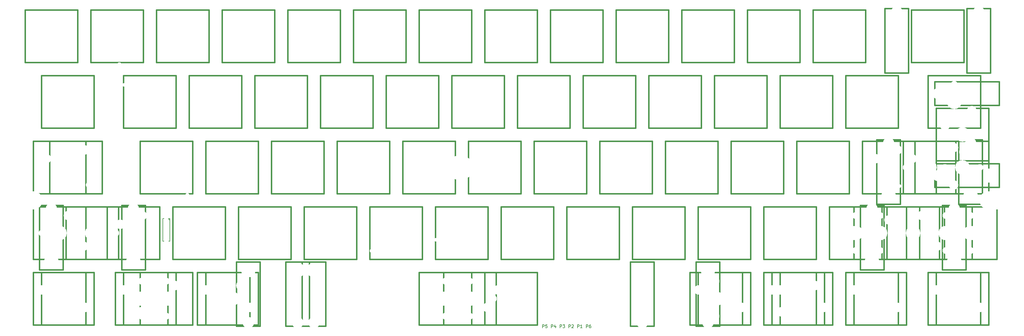
<source format=gto>
G04 (created by PCBNEW (2012-oct-18)-testing) date Fri 26 Oct 2012 04:47:30 PM CEST*
%MOIN*%
G04 Gerber Fmt 3.4, Leading zero omitted, Abs format*
%FSLAX34Y34*%
G01*
G70*
G90*
G04 APERTURE LIST*
%ADD10C,3.93701e-06*%
%ADD11C,0.015*%
%ADD12C,0.008*%
%ADD13C,0.00590551*%
%ADD14C,0.1661*%
%ADD15C,0.1078*%
%ADD16C,0.0763*%
%ADD17C,0.1294*%
%ADD18C,0.1664*%
%ADD19C,0.285*%
%ADD20O,0.4031X0.2063*%
%ADD21C,0.2063*%
%ADD22C,0.0644*%
%ADD23C,0.0724*%
%ADD24C,0.0684551*%
%ADD25C,0.0444*%
G04 APERTURE END LIST*
G54D10*
G54D11*
X1539Y-15504D02*
X7539Y-15504D01*
X7539Y-15504D02*
X7539Y-21504D01*
X7539Y-21504D02*
X1539Y-21504D01*
X1539Y-21504D02*
X1539Y-15504D01*
X3414Y-15504D02*
X9414Y-15504D01*
X9414Y-15504D02*
X9414Y-21504D01*
X9414Y-21504D02*
X3414Y-21504D01*
X3414Y-21504D02*
X3414Y-15504D01*
X110889Y-7704D02*
X110889Y-354D01*
X110889Y-354D02*
X108189Y-354D01*
X108189Y-354D02*
X108189Y-7704D01*
X108189Y-7704D02*
X110889Y-7704D01*
X4951Y-30204D02*
X4951Y-22854D01*
X4951Y-22854D02*
X2251Y-22854D01*
X2251Y-22854D02*
X2251Y-30204D01*
X2251Y-30204D02*
X4951Y-30204D01*
X14326Y-30204D02*
X14326Y-22854D01*
X14326Y-22854D02*
X11626Y-22854D01*
X11626Y-22854D02*
X11626Y-30204D01*
X11626Y-30204D02*
X14326Y-30204D01*
X108076Y-30204D02*
X108076Y-22854D01*
X108076Y-22854D02*
X105376Y-22854D01*
X105376Y-22854D02*
X105376Y-30204D01*
X105376Y-30204D02*
X108076Y-30204D01*
X98701Y-30204D02*
X98701Y-22854D01*
X98701Y-22854D02*
X96001Y-22854D01*
X96001Y-22854D02*
X96001Y-30204D01*
X96001Y-30204D02*
X98701Y-30204D01*
X109951Y-22704D02*
X109951Y-15354D01*
X109951Y-15354D02*
X107251Y-15354D01*
X107251Y-15354D02*
X107251Y-22704D01*
X107251Y-22704D02*
X109951Y-22704D01*
X100576Y-22704D02*
X100576Y-15354D01*
X100576Y-15354D02*
X97876Y-15354D01*
X97876Y-15354D02*
X97876Y-22704D01*
X97876Y-22704D02*
X100576Y-22704D01*
X111864Y-8716D02*
X104514Y-8716D01*
X104514Y-8716D02*
X104514Y-11416D01*
X104514Y-11416D02*
X111864Y-11416D01*
X111864Y-11416D02*
X111864Y-8716D01*
X111864Y-18091D02*
X104514Y-18091D01*
X104514Y-18091D02*
X104514Y-20791D01*
X104514Y-20791D02*
X111864Y-20791D01*
X111864Y-20791D02*
X111864Y-18091D01*
X101514Y-7704D02*
X101514Y-354D01*
X101514Y-354D02*
X98814Y-354D01*
X98814Y-354D02*
X98814Y-7704D01*
X98814Y-7704D02*
X101514Y-7704D01*
X69751Y-29304D02*
X69751Y-36654D01*
X69751Y-36654D02*
X72451Y-36654D01*
X72451Y-36654D02*
X72451Y-29304D01*
X72451Y-29304D02*
X69751Y-29304D01*
X30376Y-29304D02*
X30376Y-36654D01*
X30376Y-36654D02*
X33076Y-36654D01*
X33076Y-36654D02*
X33076Y-29304D01*
X33076Y-29304D02*
X30376Y-29304D01*
X24751Y-29304D02*
X24751Y-36654D01*
X24751Y-36654D02*
X27451Y-36654D01*
X27451Y-36654D02*
X27451Y-29304D01*
X27451Y-29304D02*
X24751Y-29304D01*
X32251Y-29304D02*
X32251Y-36654D01*
X32251Y-36654D02*
X34951Y-36654D01*
X34951Y-36654D02*
X34951Y-29304D01*
X34951Y-29304D02*
X32251Y-29304D01*
X77251Y-29304D02*
X77251Y-36654D01*
X77251Y-36654D02*
X79951Y-36654D01*
X79951Y-36654D02*
X79951Y-29304D01*
X79951Y-29304D02*
X77251Y-29304D01*
G54D12*
X16726Y-24141D02*
X16726Y-24341D01*
X16726Y-27141D02*
X16726Y-26941D01*
X16726Y-26941D02*
X17126Y-26941D01*
X17126Y-26941D02*
X17126Y-24341D01*
X17126Y-24341D02*
X16326Y-24341D01*
X16326Y-24341D02*
X16326Y-26941D01*
X16326Y-26941D02*
X16726Y-26941D01*
X16926Y-24341D02*
X17126Y-24541D01*
G54D11*
X101289Y-23004D02*
X101289Y-29004D01*
X101289Y-29004D02*
X95289Y-29004D01*
X95289Y-29004D02*
X95289Y-23004D01*
X95289Y-23004D02*
X101289Y-23004D01*
X102789Y-29004D02*
X102789Y-23004D01*
X102789Y-23004D02*
X108789Y-23004D01*
X108789Y-23004D02*
X108789Y-29004D01*
X108789Y-29004D02*
X102789Y-29004D01*
X1539Y-23004D02*
X7539Y-23004D01*
X7539Y-23004D02*
X7539Y-29004D01*
X7539Y-29004D02*
X1539Y-29004D01*
X1539Y-29004D02*
X1539Y-23004D01*
X45601Y-36504D02*
X45601Y-30504D01*
X45601Y-30504D02*
X51601Y-30504D01*
X51601Y-30504D02*
X51601Y-36504D01*
X51601Y-36504D02*
X45601Y-36504D01*
X53101Y-30504D02*
X59101Y-30504D01*
X59101Y-30504D02*
X59101Y-36504D01*
X59101Y-36504D02*
X53101Y-36504D01*
X53101Y-36504D02*
X53101Y-30504D01*
X75601Y-504D02*
X81601Y-504D01*
X81601Y-504D02*
X81601Y-6504D01*
X81601Y-6504D02*
X75601Y-6504D01*
X75601Y-6504D02*
X75601Y-504D01*
X103726Y-36504D02*
X103726Y-30504D01*
X103726Y-30504D02*
X109726Y-30504D01*
X109726Y-30504D02*
X109726Y-36504D01*
X109726Y-36504D02*
X103726Y-36504D01*
X94351Y-36504D02*
X94351Y-30504D01*
X94351Y-30504D02*
X100351Y-30504D01*
X100351Y-30504D02*
X100351Y-36504D01*
X100351Y-36504D02*
X94351Y-36504D01*
X27226Y-30504D02*
X27226Y-36504D01*
X27226Y-36504D02*
X21226Y-36504D01*
X21226Y-36504D02*
X21226Y-30504D01*
X21226Y-30504D02*
X27226Y-30504D01*
X92851Y-30504D02*
X92851Y-36504D01*
X92851Y-36504D02*
X86851Y-36504D01*
X86851Y-36504D02*
X86851Y-30504D01*
X86851Y-30504D02*
X92851Y-30504D01*
X83476Y-30504D02*
X83476Y-36504D01*
X83476Y-36504D02*
X77476Y-36504D01*
X77476Y-36504D02*
X77476Y-30504D01*
X77476Y-30504D02*
X83476Y-30504D01*
X11851Y-36504D02*
X11851Y-30504D01*
X11851Y-30504D02*
X17851Y-30504D01*
X17851Y-30504D02*
X17851Y-36504D01*
X17851Y-36504D02*
X11851Y-36504D01*
X19726Y-30504D02*
X19726Y-36504D01*
X19726Y-36504D02*
X13726Y-36504D01*
X13726Y-36504D02*
X13726Y-30504D01*
X13726Y-30504D02*
X19726Y-30504D01*
X8476Y-30504D02*
X8476Y-36504D01*
X8476Y-36504D02*
X2476Y-36504D01*
X2476Y-36504D02*
X2476Y-30504D01*
X2476Y-30504D02*
X8476Y-30504D01*
X104664Y-17754D02*
X104664Y-11754D01*
X104664Y-11754D02*
X110664Y-11754D01*
X110664Y-11754D02*
X110664Y-17754D01*
X110664Y-17754D02*
X104664Y-17754D01*
X111601Y-23004D02*
X111601Y-29004D01*
X111601Y-29004D02*
X105601Y-29004D01*
X105601Y-29004D02*
X105601Y-23004D01*
X105601Y-23004D02*
X111601Y-23004D01*
X34351Y-8004D02*
X40351Y-8004D01*
X40351Y-8004D02*
X40351Y-14004D01*
X40351Y-14004D02*
X34351Y-14004D01*
X34351Y-14004D02*
X34351Y-8004D01*
X41851Y-8004D02*
X47851Y-8004D01*
X47851Y-8004D02*
X47851Y-14004D01*
X47851Y-14004D02*
X41851Y-14004D01*
X41851Y-14004D02*
X41851Y-8004D01*
X49351Y-8004D02*
X55351Y-8004D01*
X55351Y-8004D02*
X55351Y-14004D01*
X55351Y-14004D02*
X49351Y-14004D01*
X49351Y-14004D02*
X49351Y-8004D01*
X56851Y-8004D02*
X62851Y-8004D01*
X62851Y-8004D02*
X62851Y-14004D01*
X62851Y-14004D02*
X56851Y-14004D01*
X56851Y-14004D02*
X56851Y-8004D01*
X64351Y-8004D02*
X70351Y-8004D01*
X70351Y-8004D02*
X70351Y-14004D01*
X70351Y-14004D02*
X64351Y-14004D01*
X64351Y-14004D02*
X64351Y-8004D01*
X71851Y-8004D02*
X77851Y-8004D01*
X77851Y-8004D02*
X77851Y-14004D01*
X77851Y-14004D02*
X71851Y-14004D01*
X71851Y-14004D02*
X71851Y-8004D01*
X79351Y-8004D02*
X85351Y-8004D01*
X85351Y-8004D02*
X85351Y-14004D01*
X85351Y-14004D02*
X79351Y-14004D01*
X79351Y-14004D02*
X79351Y-8004D01*
X86851Y-8004D02*
X92851Y-8004D01*
X92851Y-8004D02*
X92851Y-14004D01*
X92851Y-14004D02*
X86851Y-14004D01*
X86851Y-14004D02*
X86851Y-8004D01*
X94351Y-8004D02*
X100351Y-8004D01*
X100351Y-8004D02*
X100351Y-14004D01*
X100351Y-14004D02*
X94351Y-14004D01*
X94351Y-14004D02*
X94351Y-8004D01*
X109726Y-8004D02*
X109726Y-14004D01*
X109726Y-14004D02*
X103726Y-14004D01*
X103726Y-14004D02*
X103726Y-8004D01*
X103726Y-8004D02*
X109726Y-8004D01*
X13726Y-15504D02*
X19726Y-15504D01*
X19726Y-15504D02*
X19726Y-21504D01*
X19726Y-21504D02*
X13726Y-21504D01*
X13726Y-21504D02*
X13726Y-15504D01*
X21226Y-15504D02*
X27226Y-15504D01*
X27226Y-15504D02*
X27226Y-21504D01*
X27226Y-21504D02*
X21226Y-21504D01*
X21226Y-21504D02*
X21226Y-15504D01*
X28726Y-15504D02*
X34726Y-15504D01*
X34726Y-15504D02*
X34726Y-21504D01*
X34726Y-21504D02*
X28726Y-21504D01*
X28726Y-21504D02*
X28726Y-15504D01*
X36226Y-15504D02*
X42226Y-15504D01*
X42226Y-15504D02*
X42226Y-21504D01*
X42226Y-21504D02*
X36226Y-21504D01*
X36226Y-21504D02*
X36226Y-15504D01*
X43726Y-15504D02*
X49726Y-15504D01*
X49726Y-15504D02*
X49726Y-21504D01*
X49726Y-21504D02*
X43726Y-21504D01*
X43726Y-21504D02*
X43726Y-15504D01*
X51226Y-15504D02*
X57226Y-15504D01*
X57226Y-15504D02*
X57226Y-21504D01*
X57226Y-21504D02*
X51226Y-21504D01*
X51226Y-21504D02*
X51226Y-15504D01*
X58726Y-15504D02*
X64726Y-15504D01*
X64726Y-15504D02*
X64726Y-21504D01*
X64726Y-21504D02*
X58726Y-21504D01*
X58726Y-21504D02*
X58726Y-15504D01*
X601Y-6504D02*
X601Y-504D01*
X601Y-504D02*
X6601Y-504D01*
X6601Y-504D02*
X6601Y-6504D01*
X6601Y-6504D02*
X601Y-6504D01*
X14101Y-504D02*
X14101Y-6504D01*
X14101Y-6504D02*
X8101Y-6504D01*
X8101Y-6504D02*
X8101Y-504D01*
X8101Y-504D02*
X14101Y-504D01*
X15601Y-504D02*
X21601Y-504D01*
X21601Y-504D02*
X21601Y-6504D01*
X21601Y-6504D02*
X15601Y-6504D01*
X15601Y-6504D02*
X15601Y-504D01*
X23101Y-504D02*
X29101Y-504D01*
X29101Y-504D02*
X29101Y-6504D01*
X29101Y-6504D02*
X23101Y-6504D01*
X23101Y-6504D02*
X23101Y-504D01*
X30601Y-504D02*
X36601Y-504D01*
X36601Y-504D02*
X36601Y-6504D01*
X36601Y-6504D02*
X30601Y-6504D01*
X30601Y-6504D02*
X30601Y-504D01*
X38101Y-504D02*
X44101Y-504D01*
X44101Y-504D02*
X44101Y-6504D01*
X44101Y-6504D02*
X38101Y-6504D01*
X38101Y-6504D02*
X38101Y-504D01*
X45601Y-504D02*
X51601Y-504D01*
X51601Y-504D02*
X51601Y-6504D01*
X51601Y-6504D02*
X45601Y-6504D01*
X45601Y-6504D02*
X45601Y-504D01*
X53101Y-504D02*
X59101Y-504D01*
X59101Y-504D02*
X59101Y-6504D01*
X59101Y-6504D02*
X53101Y-6504D01*
X53101Y-6504D02*
X53101Y-504D01*
X60601Y-504D02*
X66601Y-504D01*
X66601Y-504D02*
X66601Y-6504D01*
X66601Y-6504D02*
X60601Y-6504D01*
X60601Y-6504D02*
X60601Y-504D01*
X68101Y-504D02*
X74101Y-504D01*
X74101Y-504D02*
X74101Y-6504D01*
X74101Y-6504D02*
X68101Y-6504D01*
X68101Y-6504D02*
X68101Y-504D01*
X83101Y-504D02*
X89101Y-504D01*
X89101Y-504D02*
X89101Y-6504D01*
X89101Y-6504D02*
X83101Y-6504D01*
X83101Y-6504D02*
X83101Y-504D01*
X90601Y-504D02*
X96601Y-504D01*
X96601Y-504D02*
X96601Y-6504D01*
X96601Y-6504D02*
X90601Y-6504D01*
X90601Y-6504D02*
X90601Y-504D01*
X101851Y-504D02*
X107851Y-504D01*
X107851Y-504D02*
X107851Y-6504D01*
X107851Y-6504D02*
X101851Y-6504D01*
X101851Y-6504D02*
X101851Y-504D01*
X2476Y-8004D02*
X8476Y-8004D01*
X8476Y-8004D02*
X8476Y-14004D01*
X8476Y-14004D02*
X2476Y-14004D01*
X2476Y-14004D02*
X2476Y-8004D01*
X11851Y-8004D02*
X17851Y-8004D01*
X17851Y-8004D02*
X17851Y-14004D01*
X17851Y-14004D02*
X11851Y-14004D01*
X11851Y-14004D02*
X11851Y-8004D01*
X19351Y-8004D02*
X25351Y-8004D01*
X25351Y-8004D02*
X25351Y-14004D01*
X25351Y-14004D02*
X19351Y-14004D01*
X19351Y-14004D02*
X19351Y-8004D01*
X26851Y-8004D02*
X32851Y-8004D01*
X32851Y-8004D02*
X32851Y-14004D01*
X32851Y-14004D02*
X26851Y-14004D01*
X26851Y-14004D02*
X26851Y-8004D01*
X92476Y-29004D02*
X92476Y-23004D01*
X92476Y-23004D02*
X98476Y-23004D01*
X98476Y-23004D02*
X98476Y-29004D01*
X98476Y-29004D02*
X92476Y-29004D01*
X99039Y-23004D02*
X105039Y-23004D01*
X105039Y-23004D02*
X105039Y-29004D01*
X105039Y-29004D02*
X99039Y-29004D01*
X99039Y-29004D02*
X99039Y-23004D01*
X1539Y-36504D02*
X1539Y-30504D01*
X1539Y-30504D02*
X7539Y-30504D01*
X7539Y-30504D02*
X7539Y-36504D01*
X7539Y-36504D02*
X1539Y-36504D01*
X20289Y-36504D02*
X20289Y-30504D01*
X20289Y-30504D02*
X26289Y-30504D01*
X26289Y-30504D02*
X26289Y-36504D01*
X26289Y-36504D02*
X20289Y-36504D01*
X54414Y-30504D02*
X54414Y-36504D01*
X54414Y-36504D02*
X48414Y-36504D01*
X48414Y-36504D02*
X48414Y-30504D01*
X48414Y-30504D02*
X54414Y-30504D01*
X76539Y-36504D02*
X76539Y-30504D01*
X76539Y-30504D02*
X82539Y-30504D01*
X82539Y-30504D02*
X82539Y-36504D01*
X82539Y-36504D02*
X76539Y-36504D01*
X85914Y-36504D02*
X85914Y-30504D01*
X85914Y-30504D02*
X91914Y-30504D01*
X91914Y-30504D02*
X91914Y-36504D01*
X91914Y-36504D02*
X85914Y-36504D01*
X101289Y-30504D02*
X101289Y-36504D01*
X101289Y-36504D02*
X95289Y-36504D01*
X95289Y-36504D02*
X95289Y-30504D01*
X95289Y-30504D02*
X101289Y-30504D01*
X110664Y-30504D02*
X110664Y-36504D01*
X110664Y-36504D02*
X104664Y-36504D01*
X104664Y-36504D02*
X104664Y-30504D01*
X104664Y-30504D02*
X110664Y-30504D01*
X66226Y-15504D02*
X72226Y-15504D01*
X72226Y-15504D02*
X72226Y-21504D01*
X72226Y-21504D02*
X66226Y-21504D01*
X66226Y-21504D02*
X66226Y-15504D01*
X73726Y-15504D02*
X79726Y-15504D01*
X79726Y-15504D02*
X79726Y-21504D01*
X79726Y-21504D02*
X73726Y-21504D01*
X73726Y-21504D02*
X73726Y-15504D01*
X81226Y-15504D02*
X87226Y-15504D01*
X87226Y-15504D02*
X87226Y-21504D01*
X87226Y-21504D02*
X81226Y-21504D01*
X81226Y-21504D02*
X81226Y-15504D01*
X88726Y-15504D02*
X94726Y-15504D01*
X94726Y-15504D02*
X94726Y-21504D01*
X94726Y-21504D02*
X88726Y-21504D01*
X88726Y-21504D02*
X88726Y-15504D01*
X96226Y-15504D02*
X102226Y-15504D01*
X102226Y-15504D02*
X102226Y-21504D01*
X102226Y-21504D02*
X96226Y-21504D01*
X96226Y-21504D02*
X96226Y-15504D01*
X100914Y-21504D02*
X100914Y-15504D01*
X100914Y-15504D02*
X106914Y-15504D01*
X106914Y-15504D02*
X106914Y-21504D01*
X106914Y-21504D02*
X100914Y-21504D01*
X5289Y-29004D02*
X5289Y-23004D01*
X5289Y-23004D02*
X11289Y-23004D01*
X11289Y-23004D02*
X11289Y-29004D01*
X11289Y-29004D02*
X5289Y-29004D01*
X9976Y-23004D02*
X15976Y-23004D01*
X15976Y-23004D02*
X15976Y-29004D01*
X15976Y-29004D02*
X9976Y-29004D01*
X9976Y-29004D02*
X9976Y-23004D01*
X17476Y-23004D02*
X23476Y-23004D01*
X23476Y-23004D02*
X23476Y-29004D01*
X23476Y-29004D02*
X17476Y-29004D01*
X17476Y-29004D02*
X17476Y-23004D01*
X24976Y-23004D02*
X30976Y-23004D01*
X30976Y-23004D02*
X30976Y-29004D01*
X30976Y-29004D02*
X24976Y-29004D01*
X24976Y-29004D02*
X24976Y-23004D01*
X39976Y-23004D02*
X45976Y-23004D01*
X45976Y-23004D02*
X45976Y-29004D01*
X45976Y-29004D02*
X39976Y-29004D01*
X39976Y-29004D02*
X39976Y-23004D01*
X47476Y-23004D02*
X53476Y-23004D01*
X53476Y-23004D02*
X53476Y-29004D01*
X53476Y-29004D02*
X47476Y-29004D01*
X47476Y-29004D02*
X47476Y-23004D01*
X54976Y-23004D02*
X60976Y-23004D01*
X60976Y-23004D02*
X60976Y-29004D01*
X60976Y-29004D02*
X54976Y-29004D01*
X54976Y-29004D02*
X54976Y-23004D01*
X62476Y-23004D02*
X68476Y-23004D01*
X68476Y-23004D02*
X68476Y-29004D01*
X68476Y-29004D02*
X62476Y-29004D01*
X62476Y-29004D02*
X62476Y-23004D01*
X69976Y-23004D02*
X75976Y-23004D01*
X75976Y-23004D02*
X75976Y-29004D01*
X75976Y-29004D02*
X69976Y-29004D01*
X69976Y-29004D02*
X69976Y-23004D01*
X77476Y-23004D02*
X83476Y-23004D01*
X83476Y-23004D02*
X83476Y-29004D01*
X83476Y-29004D02*
X77476Y-29004D01*
X77476Y-29004D02*
X77476Y-23004D01*
X84976Y-23004D02*
X90976Y-23004D01*
X90976Y-23004D02*
X90976Y-29004D01*
X90976Y-29004D02*
X84976Y-29004D01*
X84976Y-29004D02*
X84976Y-23004D01*
X10914Y-36504D02*
X10914Y-30504D01*
X10914Y-30504D02*
X16914Y-30504D01*
X16914Y-30504D02*
X16914Y-36504D01*
X16914Y-36504D02*
X10914Y-36504D01*
X84976Y-36504D02*
X84976Y-30504D01*
X84976Y-30504D02*
X90976Y-30504D01*
X90976Y-30504D02*
X90976Y-36504D01*
X90976Y-36504D02*
X84976Y-36504D01*
X32476Y-23004D02*
X38476Y-23004D01*
X38476Y-23004D02*
X38476Y-29004D01*
X38476Y-29004D02*
X32476Y-29004D01*
X32476Y-29004D02*
X32476Y-23004D01*
X1539Y-15504D02*
X7539Y-15504D01*
X7539Y-15504D02*
X7539Y-21504D01*
X7539Y-21504D02*
X1539Y-21504D01*
X1539Y-21504D02*
X1539Y-15504D01*
X3414Y-15504D02*
X9414Y-15504D01*
X9414Y-15504D02*
X9414Y-21504D01*
X9414Y-21504D02*
X3414Y-21504D01*
X3414Y-21504D02*
X3414Y-15504D01*
X3414Y-15504D02*
X9414Y-15504D01*
X9414Y-15504D02*
X9414Y-21504D01*
X9414Y-21504D02*
X3414Y-21504D01*
X3414Y-21504D02*
X3414Y-15504D01*
X110663Y-21503D02*
X104663Y-21503D01*
X104663Y-21503D02*
X104663Y-15503D01*
X104663Y-15503D02*
X110663Y-15503D01*
X110663Y-15503D02*
X110663Y-21503D01*
G54D13*
X64714Y-36834D02*
X64714Y-36480D01*
X64849Y-36480D01*
X64883Y-36496D01*
X64900Y-36513D01*
X64916Y-36547D01*
X64916Y-36598D01*
X64900Y-36631D01*
X64883Y-36648D01*
X64849Y-36665D01*
X64714Y-36665D01*
X65220Y-36480D02*
X65153Y-36480D01*
X65119Y-36496D01*
X65102Y-36513D01*
X65068Y-36564D01*
X65051Y-36631D01*
X65051Y-36766D01*
X65068Y-36800D01*
X65085Y-36817D01*
X65119Y-36834D01*
X65186Y-36834D01*
X65220Y-36817D01*
X65237Y-36800D01*
X65254Y-36766D01*
X65254Y-36682D01*
X65237Y-36648D01*
X65220Y-36631D01*
X65186Y-36615D01*
X65119Y-36615D01*
X65085Y-36631D01*
X65068Y-36648D01*
X65051Y-36682D01*
X60714Y-36834D02*
X60714Y-36480D01*
X60849Y-36480D01*
X60883Y-36496D01*
X60900Y-36513D01*
X60916Y-36547D01*
X60916Y-36598D01*
X60900Y-36631D01*
X60883Y-36648D01*
X60849Y-36665D01*
X60714Y-36665D01*
X61220Y-36598D02*
X61220Y-36834D01*
X61136Y-36463D02*
X61051Y-36716D01*
X61271Y-36716D01*
X62714Y-36834D02*
X62714Y-36480D01*
X62849Y-36480D01*
X62883Y-36496D01*
X62900Y-36513D01*
X62916Y-36547D01*
X62916Y-36598D01*
X62900Y-36631D01*
X62883Y-36648D01*
X62849Y-36665D01*
X62714Y-36665D01*
X63051Y-36513D02*
X63068Y-36496D01*
X63102Y-36480D01*
X63186Y-36480D01*
X63220Y-36496D01*
X63237Y-36513D01*
X63254Y-36547D01*
X63254Y-36581D01*
X63237Y-36631D01*
X63035Y-36834D01*
X63254Y-36834D01*
X59714Y-36834D02*
X59714Y-36480D01*
X59849Y-36480D01*
X59883Y-36496D01*
X59900Y-36513D01*
X59916Y-36547D01*
X59916Y-36598D01*
X59900Y-36631D01*
X59883Y-36648D01*
X59849Y-36665D01*
X59714Y-36665D01*
X60237Y-36480D02*
X60068Y-36480D01*
X60051Y-36648D01*
X60068Y-36631D01*
X60102Y-36615D01*
X60186Y-36615D01*
X60220Y-36631D01*
X60237Y-36648D01*
X60254Y-36682D01*
X60254Y-36766D01*
X60237Y-36800D01*
X60220Y-36817D01*
X60186Y-36834D01*
X60102Y-36834D01*
X60068Y-36817D01*
X60051Y-36800D01*
X61714Y-36834D02*
X61714Y-36480D01*
X61849Y-36480D01*
X61883Y-36496D01*
X61900Y-36513D01*
X61916Y-36547D01*
X61916Y-36598D01*
X61900Y-36631D01*
X61883Y-36648D01*
X61849Y-36665D01*
X61714Y-36665D01*
X62035Y-36480D02*
X62254Y-36480D01*
X62136Y-36615D01*
X62186Y-36615D01*
X62220Y-36631D01*
X62237Y-36648D01*
X62254Y-36682D01*
X62254Y-36766D01*
X62237Y-36800D01*
X62220Y-36817D01*
X62186Y-36834D01*
X62085Y-36834D01*
X62051Y-36817D01*
X62035Y-36800D01*
X63714Y-36834D02*
X63714Y-36480D01*
X63849Y-36480D01*
X63883Y-36496D01*
X63900Y-36513D01*
X63916Y-36547D01*
X63916Y-36598D01*
X63900Y-36631D01*
X63883Y-36648D01*
X63849Y-36665D01*
X63714Y-36665D01*
X64254Y-36834D02*
X64051Y-36834D01*
X64153Y-36834D02*
X64153Y-36480D01*
X64119Y-36530D01*
X64085Y-36564D01*
X64051Y-36581D01*
%LPC*%
G54D14*
X4539Y-18504D03*
G54D15*
X5539Y-16504D03*
X3039Y-17504D03*
G54D16*
X2539Y-18504D03*
G54D14*
X6414Y-18504D03*
G54D15*
X7414Y-16504D03*
X4914Y-17504D03*
G54D16*
X8414Y-18504D03*
G54D17*
X109539Y-754D03*
G54D18*
X109539Y-6754D03*
G54D17*
X3601Y-23254D03*
G54D18*
X3601Y-29254D03*
G54D17*
X12976Y-23254D03*
G54D18*
X12976Y-29254D03*
G54D17*
X106726Y-23254D03*
G54D18*
X106726Y-29254D03*
G54D17*
X97351Y-23254D03*
G54D18*
X97351Y-29254D03*
G54D17*
X108601Y-15754D03*
G54D18*
X108601Y-21754D03*
G54D17*
X99226Y-15754D03*
G54D18*
X99226Y-21754D03*
G54D17*
X104914Y-10066D03*
G54D18*
X110914Y-10066D03*
G54D17*
X104914Y-19441D03*
G54D18*
X110914Y-19441D03*
G54D17*
X100164Y-754D03*
G54D18*
X100164Y-6754D03*
G54D17*
X71101Y-36254D03*
G54D18*
X71101Y-30254D03*
G54D17*
X31726Y-36254D03*
G54D18*
X31726Y-30254D03*
G54D17*
X26101Y-36254D03*
G54D18*
X26101Y-30254D03*
G54D17*
X33601Y-36254D03*
G54D18*
X33601Y-30254D03*
G54D17*
X78601Y-36254D03*
G54D18*
X78601Y-30254D03*
G54D19*
X50322Y-18547D03*
G54D20*
X574Y-22284D03*
X111630Y-22284D03*
G54D19*
X74960Y-33583D03*
X102224Y-11024D03*
G54D21*
X9771Y-11024D03*
G54D22*
X16726Y-24141D03*
X16726Y-27141D03*
G54D14*
X98289Y-26004D03*
G54D15*
X100289Y-27004D03*
X99289Y-24504D03*
G54D16*
X98289Y-24004D03*
X98289Y-28004D03*
G54D14*
X105789Y-26004D03*
G54D15*
X103789Y-25004D03*
X104789Y-27504D03*
G54D16*
X105789Y-28004D03*
X105789Y-24004D03*
G54D14*
X4539Y-26004D03*
G54D15*
X5539Y-24004D03*
X3039Y-25004D03*
G54D16*
X2539Y-26004D03*
X6539Y-26004D03*
G54D14*
X48601Y-33504D03*
G54D15*
X46601Y-32504D03*
X47601Y-35004D03*
G54D16*
X48601Y-35504D03*
X48601Y-31504D03*
G54D14*
X56101Y-33504D03*
G54D15*
X57101Y-31504D03*
X54601Y-32504D03*
G54D16*
X54101Y-33504D03*
X58101Y-33504D03*
G54D14*
X78601Y-3504D03*
G54D15*
X79601Y-1504D03*
X77101Y-2504D03*
G54D16*
X76601Y-3504D03*
X80601Y-3504D03*
G54D14*
X106726Y-33504D03*
G54D15*
X104726Y-32504D03*
X105726Y-35004D03*
G54D16*
X106726Y-35504D03*
X106726Y-31504D03*
G54D14*
X97351Y-33504D03*
G54D15*
X95351Y-32504D03*
X96351Y-35004D03*
G54D16*
X97351Y-35504D03*
X97351Y-31504D03*
G54D14*
X24226Y-33504D03*
G54D15*
X26226Y-34504D03*
X25226Y-32004D03*
G54D16*
X24226Y-31504D03*
X24226Y-35504D03*
G54D14*
X89851Y-33504D03*
G54D15*
X91851Y-34504D03*
X90851Y-32004D03*
G54D16*
X89851Y-31504D03*
X89851Y-35504D03*
G54D14*
X80476Y-33504D03*
G54D15*
X82476Y-34504D03*
X81476Y-32004D03*
G54D16*
X80476Y-31504D03*
X80476Y-35504D03*
G54D14*
X14851Y-33504D03*
G54D15*
X12851Y-32504D03*
X13851Y-35004D03*
G54D16*
X14851Y-35504D03*
X14851Y-31504D03*
G54D14*
X16726Y-33504D03*
G54D15*
X18726Y-34504D03*
X17726Y-32004D03*
G54D16*
X16726Y-31504D03*
X16726Y-35504D03*
G54D14*
X5476Y-33504D03*
G54D15*
X7476Y-34504D03*
X6476Y-32004D03*
G54D16*
X5476Y-31504D03*
X5476Y-35504D03*
G54D14*
X107664Y-14754D03*
G54D15*
X105664Y-13754D03*
X106664Y-16254D03*
G54D16*
X107664Y-16754D03*
X107664Y-12754D03*
G54D14*
X108601Y-26004D03*
G54D15*
X110601Y-27004D03*
X109601Y-24504D03*
G54D16*
X108601Y-24004D03*
X108601Y-28004D03*
G54D14*
X37351Y-11004D03*
G54D15*
X38351Y-9004D03*
X35851Y-10004D03*
G54D16*
X35351Y-11004D03*
X39351Y-11004D03*
G54D14*
X44851Y-11004D03*
G54D15*
X45851Y-9004D03*
X43351Y-10004D03*
G54D16*
X42851Y-11004D03*
X46851Y-11004D03*
G54D14*
X52351Y-11004D03*
G54D15*
X53351Y-9004D03*
X50851Y-10004D03*
G54D16*
X50351Y-11004D03*
X54351Y-11004D03*
G54D14*
X59851Y-11004D03*
G54D15*
X60851Y-9004D03*
X58351Y-10004D03*
G54D16*
X57851Y-11004D03*
X61851Y-11004D03*
G54D14*
X67351Y-11004D03*
G54D15*
X68351Y-9004D03*
X65851Y-10004D03*
G54D16*
X65351Y-11004D03*
X69351Y-11004D03*
G54D14*
X74851Y-11004D03*
G54D15*
X75851Y-9004D03*
X73351Y-10004D03*
G54D16*
X72851Y-11004D03*
X76851Y-11004D03*
G54D14*
X82351Y-11004D03*
G54D15*
X83351Y-9004D03*
X80851Y-10004D03*
G54D16*
X80351Y-11004D03*
X84351Y-11004D03*
G54D14*
X89851Y-11004D03*
G54D15*
X90851Y-9004D03*
X88351Y-10004D03*
G54D16*
X87851Y-11004D03*
X91851Y-11004D03*
G54D14*
X97351Y-11004D03*
G54D15*
X98351Y-9004D03*
X95851Y-10004D03*
G54D16*
X95351Y-11004D03*
X99351Y-11004D03*
G54D14*
X106726Y-11004D03*
G54D15*
X108726Y-12004D03*
X107726Y-9504D03*
G54D16*
X106726Y-9004D03*
X106726Y-13004D03*
G54D14*
X16726Y-18504D03*
G54D15*
X17726Y-16504D03*
X15226Y-17504D03*
G54D16*
X14726Y-18504D03*
X18726Y-18504D03*
G54D14*
X24226Y-18504D03*
G54D15*
X25226Y-16504D03*
X22726Y-17504D03*
G54D16*
X22226Y-18504D03*
X26226Y-18504D03*
G54D14*
X31726Y-18504D03*
G54D15*
X32726Y-16504D03*
X30226Y-17504D03*
G54D16*
X29726Y-18504D03*
X33726Y-18504D03*
G54D14*
X39226Y-18504D03*
G54D15*
X40226Y-16504D03*
X37726Y-17504D03*
G54D16*
X37226Y-18504D03*
X41226Y-18504D03*
G54D14*
X46726Y-18504D03*
G54D15*
X47726Y-16504D03*
X45226Y-17504D03*
G54D16*
X44726Y-18504D03*
X48726Y-18504D03*
G54D14*
X54226Y-18504D03*
G54D15*
X55226Y-16504D03*
X52726Y-17504D03*
G54D16*
X52226Y-18504D03*
X56226Y-18504D03*
G54D14*
X61726Y-18504D03*
G54D15*
X62726Y-16504D03*
X60226Y-17504D03*
G54D16*
X59726Y-18504D03*
X63726Y-18504D03*
G54D14*
X3601Y-3504D03*
G54D15*
X1601Y-2504D03*
X2601Y-5004D03*
G54D16*
X3601Y-5504D03*
X3601Y-1504D03*
G54D14*
X11101Y-3504D03*
G54D15*
X13101Y-4504D03*
X12101Y-2004D03*
G54D16*
X11101Y-1504D03*
X11101Y-5504D03*
G54D14*
X18601Y-3504D03*
G54D15*
X19601Y-1504D03*
X17101Y-2504D03*
G54D16*
X16601Y-3504D03*
X20601Y-3504D03*
G54D14*
X26101Y-3504D03*
G54D15*
X27101Y-1504D03*
X24601Y-2504D03*
G54D16*
X24101Y-3504D03*
X28101Y-3504D03*
G54D14*
X33601Y-3504D03*
G54D15*
X34601Y-1504D03*
X32101Y-2504D03*
G54D16*
X31601Y-3504D03*
X35601Y-3504D03*
G54D14*
X41101Y-3504D03*
G54D15*
X42101Y-1504D03*
X39601Y-2504D03*
G54D16*
X39101Y-3504D03*
X43101Y-3504D03*
G54D14*
X48601Y-3504D03*
G54D15*
X49601Y-1504D03*
X47101Y-2504D03*
G54D16*
X46601Y-3504D03*
X50601Y-3504D03*
G54D14*
X56101Y-3504D03*
G54D15*
X57101Y-1504D03*
X54601Y-2504D03*
G54D16*
X54101Y-3504D03*
X58101Y-3504D03*
G54D14*
X63601Y-3504D03*
G54D15*
X64601Y-1504D03*
X62101Y-2504D03*
G54D16*
X61601Y-3504D03*
X65601Y-3504D03*
G54D14*
X71101Y-3504D03*
G54D15*
X72101Y-1504D03*
X69601Y-2504D03*
G54D16*
X69101Y-3504D03*
X73101Y-3504D03*
G54D14*
X86101Y-3504D03*
G54D15*
X87101Y-1504D03*
X84601Y-2504D03*
G54D16*
X84101Y-3504D03*
X88101Y-3504D03*
G54D14*
X93601Y-3504D03*
G54D15*
X94601Y-1504D03*
X92101Y-2504D03*
G54D16*
X91601Y-3504D03*
X95601Y-3504D03*
G54D14*
X104851Y-3504D03*
G54D15*
X105851Y-1504D03*
X103351Y-2504D03*
G54D16*
X102851Y-3504D03*
X106851Y-3504D03*
G54D14*
X5476Y-11004D03*
G54D15*
X6476Y-9004D03*
X3976Y-10004D03*
G54D16*
X3476Y-11004D03*
X7476Y-11004D03*
G54D14*
X14851Y-11004D03*
G54D15*
X15851Y-9004D03*
X13351Y-10004D03*
G54D16*
X12851Y-11004D03*
X16851Y-11004D03*
G54D14*
X22351Y-11004D03*
G54D15*
X23351Y-9004D03*
X20851Y-10004D03*
G54D16*
X20351Y-11004D03*
X24351Y-11004D03*
G54D14*
X29851Y-11004D03*
G54D15*
X30851Y-9004D03*
X28351Y-10004D03*
G54D16*
X27851Y-11004D03*
X31851Y-11004D03*
G54D14*
X95476Y-26004D03*
G54D15*
X93476Y-25004D03*
X94476Y-27504D03*
G54D16*
X95476Y-28004D03*
X95476Y-24004D03*
G54D14*
X102039Y-26004D03*
G54D15*
X103039Y-24004D03*
X100539Y-25004D03*
G54D16*
X100039Y-26004D03*
X104039Y-26004D03*
G54D14*
X4539Y-33504D03*
G54D15*
X2539Y-32504D03*
X3539Y-35004D03*
G54D16*
X4539Y-35504D03*
X4539Y-31504D03*
G54D14*
X23289Y-33504D03*
G54D15*
X21289Y-32504D03*
X22289Y-35004D03*
G54D16*
X23289Y-35504D03*
X23289Y-31504D03*
G54D14*
X51414Y-33504D03*
G54D15*
X53414Y-34504D03*
X52414Y-32004D03*
G54D16*
X51414Y-31504D03*
X51414Y-35504D03*
G54D14*
X79539Y-33504D03*
G54D15*
X77539Y-32504D03*
X78539Y-35004D03*
G54D16*
X79539Y-35504D03*
X79539Y-31504D03*
G54D14*
X88914Y-33504D03*
G54D15*
X86914Y-32504D03*
X87914Y-35004D03*
G54D16*
X88914Y-35504D03*
X88914Y-31504D03*
G54D14*
X98289Y-33504D03*
G54D15*
X100289Y-34504D03*
X99289Y-32004D03*
G54D16*
X98289Y-31504D03*
X98289Y-35504D03*
G54D14*
X107664Y-33504D03*
G54D15*
X109664Y-34504D03*
X108664Y-32004D03*
G54D16*
X107664Y-31504D03*
X107664Y-35504D03*
G54D14*
X69226Y-18504D03*
G54D15*
X70226Y-16504D03*
X67726Y-17504D03*
G54D16*
X67226Y-18504D03*
X71226Y-18504D03*
G54D14*
X76726Y-18504D03*
G54D15*
X77726Y-16504D03*
X75226Y-17504D03*
G54D16*
X74726Y-18504D03*
X78726Y-18504D03*
G54D14*
X84226Y-18504D03*
G54D15*
X85226Y-16504D03*
X82726Y-17504D03*
G54D16*
X82226Y-18504D03*
X86226Y-18504D03*
G54D14*
X91726Y-18504D03*
G54D15*
X92726Y-16504D03*
X90226Y-17504D03*
G54D16*
X89726Y-18504D03*
X93726Y-18504D03*
G54D14*
X99226Y-18504D03*
G54D15*
X100226Y-16504D03*
X97726Y-17504D03*
G54D16*
X97226Y-18504D03*
X101226Y-18504D03*
G54D14*
X103914Y-18504D03*
G54D15*
X101914Y-17504D03*
X102914Y-20004D03*
G54D16*
X103914Y-20504D03*
X103914Y-16504D03*
G54D14*
X8289Y-26004D03*
G54D15*
X6289Y-25004D03*
X7289Y-27504D03*
G54D16*
X8289Y-28004D03*
X8289Y-24004D03*
G54D14*
X12976Y-26004D03*
G54D15*
X13976Y-24004D03*
X11476Y-25004D03*
G54D16*
X10976Y-26004D03*
X14976Y-26004D03*
G54D14*
X20476Y-26004D03*
G54D15*
X21476Y-24004D03*
X18976Y-25004D03*
G54D16*
X18476Y-26004D03*
X22476Y-26004D03*
G54D14*
X27976Y-26004D03*
G54D15*
X28976Y-24004D03*
X26476Y-25004D03*
G54D16*
X25976Y-26004D03*
X29976Y-26004D03*
G54D14*
X42976Y-26004D03*
G54D15*
X43976Y-24004D03*
X41476Y-25004D03*
G54D16*
X40976Y-26004D03*
X44976Y-26004D03*
G54D14*
X50476Y-26004D03*
G54D15*
X51476Y-24004D03*
X48976Y-25004D03*
G54D16*
X48476Y-26004D03*
X52476Y-26004D03*
G54D14*
X57976Y-26004D03*
G54D15*
X58976Y-24004D03*
X56476Y-25004D03*
G54D16*
X55976Y-26004D03*
X59976Y-26004D03*
G54D14*
X65476Y-26004D03*
G54D15*
X66476Y-24004D03*
X63976Y-25004D03*
G54D16*
X63476Y-26004D03*
X67476Y-26004D03*
G54D14*
X72976Y-26004D03*
G54D15*
X73976Y-24004D03*
X71476Y-25004D03*
G54D16*
X70976Y-26004D03*
X74976Y-26004D03*
G54D14*
X80476Y-26004D03*
G54D15*
X81476Y-24004D03*
X78976Y-25004D03*
G54D16*
X78476Y-26004D03*
X82476Y-26004D03*
G54D14*
X87976Y-26004D03*
G54D15*
X88976Y-24004D03*
X86476Y-25004D03*
G54D16*
X85976Y-26004D03*
X89976Y-26004D03*
G54D14*
X13914Y-33504D03*
G54D15*
X11914Y-32504D03*
X12914Y-35004D03*
G54D16*
X13914Y-35504D03*
X13914Y-31504D03*
G54D14*
X87976Y-33504D03*
G54D15*
X85976Y-32504D03*
X86976Y-35004D03*
G54D16*
X87976Y-35504D03*
X87976Y-31504D03*
G54D14*
X35476Y-26004D03*
G54D15*
X36476Y-24004D03*
X33976Y-25004D03*
G54D16*
X33476Y-26004D03*
X37476Y-26004D03*
G54D23*
X4039Y-20504D03*
X5039Y-20504D03*
X5914Y-20504D03*
X6914Y-20504D03*
X7914Y-20504D03*
X6914Y-20504D03*
G54D14*
X107663Y-18503D03*
G54D15*
X106663Y-20503D03*
X109163Y-19503D03*
G54D16*
X109663Y-18503D03*
X105663Y-18503D03*
G54D24*
X64976Y-35941D03*
X60976Y-35941D03*
X62976Y-35941D03*
X59976Y-35941D03*
X61976Y-35941D03*
X63976Y-35941D03*
G54D25*
X43376Y-32391D03*
X44276Y-33741D03*
X39995Y-29810D03*
X14876Y-28391D03*
X35545Y-32310D03*
X38645Y-34360D03*
X69626Y-26841D03*
X76945Y-27210D03*
X39045Y-34660D03*
X39126Y-35991D03*
X84545Y-27210D03*
X90945Y-29910D03*
X45976Y-34466D03*
X63326Y-20441D03*
X40726Y-29816D03*
X40726Y-28641D03*
X45626Y-23491D03*
X100476Y-20641D03*
X35545Y-32910D03*
X13076Y-5741D03*
X17945Y-28710D03*
X11926Y-9091D03*
X19126Y-21641D03*
X36945Y-29960D03*
X29145Y-32510D03*
X22845Y-21210D03*
X37726Y-33341D03*
X31445Y-25810D03*
X38226Y-33341D03*
X37976Y-24391D03*
X39076Y-33341D03*
X47526Y-26791D03*
X54195Y-27210D03*
X39476Y-29811D03*
X42495Y-29660D03*
X61645Y-27210D03*
X40376Y-33041D03*
X40176Y-28041D03*
X40826Y-9591D03*
X40876Y-28041D03*
X40376Y-33541D03*
X42976Y-15441D03*
X41576Y-28041D03*
X40376Y-34041D03*
X42026Y-34091D03*
X42251Y-28041D03*
X37276Y-36191D03*
X41245Y-35360D03*
X46526Y-28841D03*
X43976Y-29991D03*
X46076Y-22191D03*
X13176Y-20441D03*
X72776Y-35841D03*
X72776Y-34141D03*
X26426Y-27160D03*
X18776Y-12841D03*
X38676Y-32241D03*
X38695Y-29360D03*
X11376Y-6710D03*
X4926Y-5941D03*
X10376Y-16341D03*
X57976Y-28691D03*
X44526Y-30391D03*
M02*

</source>
